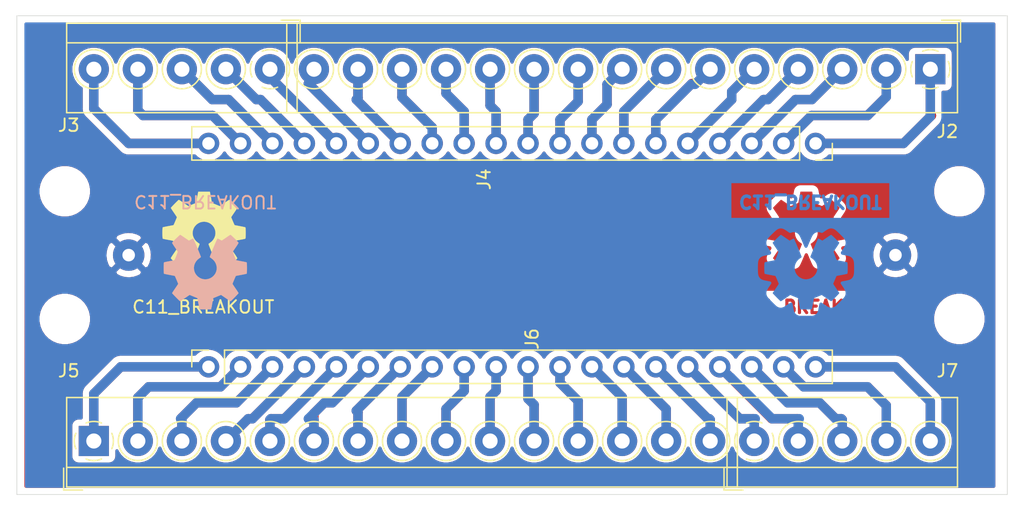
<source format=kicad_pcb>
(kicad_pcb (version 20171130) (host pcbnew 5.1.5+dfsg1-2build2)
  (title_block (title "C11 Breakout") (company Galopago))
  (layers (0 F.Cu signal) (31 B.Cu signal) (34 B.Paste user) (35 F.Paste user) (36 B.SilkS user) (37 F.SilkS user) (38 B.Mask user) (39 F.Mask user) (44 Edge.Cuts user))
  (net 0 "")
  (net 1 "Net-(J0-Pad1)")
  (net 2 "Net-(J2-Pad15)")
  (net 3 "Net-(J2-Pad14)")
  (net 4 "Net-(J2-Pad13)")
  (net 5 "Net-(J2-Pad12)")
  (net 6 "Net-(J2-Pad11)")
  (net 7 "Net-(J2-Pad10)")
  (net 8 "Net-(J2-Pad9)")
  (net 9 "Net-(J2-Pad8)")
  (net 10 "Net-(J2-Pad7)")
  (net 11 "Net-(J2-Pad6)")
  (net 12 "Net-(J2-Pad5)")
  (net 13 "Net-(J2-Pad4)")
  (net 14 "Net-(J2-Pad3)")
  (net 15 "Net-(J2-Pad2)")
  (net 16 "Net-(J2-Pad1)")
  (net 17 "Net-(J3-Pad5)")
  (net 18 "Net-(J3-Pad4)")
  (net 19 "Net-(J3-Pad3)")
  (net 20 "Net-(J3-Pad2)")
  (net 21 "Net-(J3-Pad1)")
  (net 22 "Net-(J5-Pad15)")
  (net 23 "Net-(J5-Pad14)")
  (net 24 "Net-(J5-Pad13)")
  (net 25 "Net-(J5-Pad12)")
  (net 26 "Net-(J5-Pad11)")
  (net 27 "Net-(J5-Pad10)")
  (net 28 "Net-(J5-Pad9)")
  (net 29 "Net-(J5-Pad8)")
  (net 30 "Net-(J5-Pad7)")
  (net 31 "Net-(J5-Pad6)")
  (net 32 "Net-(J5-Pad5)")
  (net 33 "Net-(J5-Pad4)")
  (net 34 "Net-(J5-Pad3)")
  (net 35 "Net-(J5-Pad2)")
  (net 36 "Net-(J5-Pad1)")
  (net 37 "Net-(J6-Pad20)")
  (net 38 "Net-(J6-Pad19)")
  (net 39 "Net-(J6-Pad18)")
  (net 40 "Net-(J6-Pad17)")
  (net 41 "Net-(J6-Pad16)")
  (module Connector_PinSocket_2.54mm:PinSocket_1x20_P2.54mm_Vertical (layer F.Cu) (at 35.24 47.94 90)
    (fp_text reference J6 (at 2.22 25.72 90) (layer F.SilkS))
    (fp_text value Conn_01x20_Female)
    (pad 20 thru_hole oval (at 0 48.26 90) (size 1.7 1.7) (drill 1) (layers *.Cu *.Mask) (net 37 "Net-(J6-Pad20)"))
    (pad 19 thru_hole oval (at 0 45.72 90) (size 1.7 1.7) (drill 1) (layers *.Cu *.Mask) (net 38 "Net-(J6-Pad19)"))
    (pad 18 thru_hole oval (at 0 43.18 90) (size 1.7 1.7) (drill 1) (layers *.Cu *.Mask) (net 39 "Net-(J6-Pad18)"))
    (pad 17 thru_hole oval (at 0 40.64 90) (size 1.7 1.7) (drill 1) (layers *.Cu *.Mask) (net 40 "Net-(J6-Pad17)"))
    (pad 16 thru_hole oval (at 0 38.1 90) (size 1.7 1.7) (drill 1) (layers *.Cu *.Mask) (net 41 "Net-(J6-Pad16)"))
    (pad 15 thru_hole oval (at 0 35.56 90) (size 1.7 1.7) (drill 1) (layers *.Cu *.Mask) (net 22 "Net-(J5-Pad15)"))
    (pad 14 thru_hole oval (at 0 33.02 90) (size 1.7 1.7) (drill 1) (layers *.Cu *.Mask) (net 23 "Net-(J5-Pad14)"))
    (pad 13 thru_hole oval (at 0 30.48 90) (size 1.7 1.7) (drill 1) (layers *.Cu *.Mask) (net 24 "Net-(J5-Pad13)"))
    (pad 12 thru_hole oval (at 0 27.94 90) (size 1.7 1.7) (drill 1) (layers *.Cu *.Mask) (net 25 "Net-(J5-Pad12)"))
    (pad 11 thru_hole oval (at 0 25.4 90) (size 1.7 1.7) (drill 1) (layers *.Cu *.Mask) (net 26 "Net-(J5-Pad11)"))
    (pad 10 thru_hole oval (at 0 22.86 90) (size 1.7 1.7) (drill 1) (layers *.Cu *.Mask) (net 27 "Net-(J5-Pad10)"))
    (pad 9 thru_hole oval (at 0 20.32 90) (size 1.7 1.7) (drill 1) (layers *.Cu *.Mask) (net 28 "Net-(J5-Pad9)"))
    (pad 8 thru_hole oval (at 0 17.78 90) (size 1.7 1.7) (drill 1) (layers *.Cu *.Mask) (net 29 "Net-(J5-Pad8)"))
    (pad 7 thru_hole oval (at 0 15.24 90) (size 1.7 1.7) (drill 1) (layers *.Cu *.Mask) (net 30 "Net-(J5-Pad7)"))
    (pad 6 thru_hole oval (at 0 12.7 90) (size 1.7 1.7) (drill 1) (layers *.Cu *.Mask) (net 31 "Net-(J5-Pad6)"))
    (pad 5 thru_hole oval (at 0 10.16 90) (size 1.7 1.7) (drill 1) (layers *.Cu *.Mask) (net 32 "Net-(J5-Pad5)"))
    (pad 4 thru_hole oval (at 0 7.62 90) (size 1.7 1.7) (drill 1) (layers *.Cu *.Mask) (net 33 "Net-(J5-Pad4)"))
    (pad 3 thru_hole oval (at 0 5.08 90) (size 1.7 1.7) (drill 1) (layers *.Cu *.Mask) (net 34 "Net-(J5-Pad3)"))
    (pad 2 thru_hole oval (at 0 2.54 90) (size 1.7 1.7) (drill 1) (layers *.Cu *.Mask) (net 35 "Net-(J5-Pad2)"))
    (pad 1 thru_hole circle (at 0 0 90) (size 1.7 1.7) (drill 1) (layers *.Cu *.Mask) (net 36 "Net-(J5-Pad1)"))
  )
  (module TerminalBlock_4Ucon:TerminalBlock_4Ucon_1x05_P3.50mm_Horizontal (layer F.Cu) (at 78.62 53.843)
    (fp_text reference J7 (at 15.36 -5.583) (layer F.SilkS))
    (fp_text value Conn_01x05_Female)
    (pad 5 thru_hole circle (at 14 0) (size 2.4 2.4) (drill 1.2) (layers *.Cu *.Mask) (net 37 "Net-(J6-Pad20)"))
    (pad 4 thru_hole circle (at 10.5 0) (size 2.4 2.4) (drill 1.2) (layers *.Cu *.Mask) (net 38 "Net-(J6-Pad19)"))
    (pad 3 thru_hole circle (at 7 0) (size 2.4 2.4) (drill 1.2) (layers *.Cu *.Mask) (net 39 "Net-(J6-Pad18)"))
    (pad 2 thru_hole circle (at 3.5 0) (size 2.4 2.4) (drill 1.2) (layers *.Cu *.Mask) (net 40 "Net-(J6-Pad17)"))
    (pad 1 thru_hole circle (at 0 0) (size 2.4 2.4) (drill 1.2) (layers *.Cu *.Mask) (net 41 "Net-(J6-Pad16)"))
  )
  (module TerminalBlock_4Ucon:TerminalBlock_4Ucon_1x15_P3.50mm_Horizontal (layer F.Cu) (at 26.12 53.843)
    (fp_text reference J5 (at -1.99 -5.583) (layer F.SilkS))
    (fp_text value Conn_01x15_Female)
    (pad 15 thru_hole circle (at 49 0) (size 2.4 2.4) (drill 1.2) (layers *.Cu *.Mask) (net 22 "Net-(J5-Pad15)"))
    (pad 14 thru_hole circle (at 45.5 0) (size 2.4 2.4) (drill 1.2) (layers *.Cu *.Mask) (net 23 "Net-(J5-Pad14)"))
    (pad 13 thru_hole circle (at 42 0) (size 2.4 2.4) (drill 1.2) (layers *.Cu *.Mask) (net 24 "Net-(J5-Pad13)"))
    (pad 12 thru_hole circle (at 38.5 0) (size 2.4 2.4) (drill 1.2) (layers *.Cu *.Mask) (net 25 "Net-(J5-Pad12)"))
    (pad 11 thru_hole circle (at 35 0) (size 2.4 2.4) (drill 1.2) (layers *.Cu *.Mask) (net 26 "Net-(J5-Pad11)"))
    (pad 10 thru_hole circle (at 31.5 0) (size 2.4 2.4) (drill 1.2) (layers *.Cu *.Mask) (net 27 "Net-(J5-Pad10)"))
    (pad 9 thru_hole circle (at 28 0) (size 2.4 2.4) (drill 1.2) (layers *.Cu *.Mask) (net 28 "Net-(J5-Pad9)"))
    (pad 8 thru_hole circle (at 24.5 0) (size 2.4 2.4) (drill 1.2) (layers *.Cu *.Mask) (net 29 "Net-(J5-Pad8)"))
    (pad 7 thru_hole circle (at 21 0) (size 2.4 2.4) (drill 1.2) (layers *.Cu *.Mask) (net 30 "Net-(J5-Pad7)"))
    (pad 6 thru_hole circle (at 17.5 0) (size 2.4 2.4) (drill 1.2) (layers *.Cu *.Mask) (net 31 "Net-(J5-Pad6)"))
    (pad 5 thru_hole circle (at 14 0) (size 2.4 2.4) (drill 1.2) (layers *.Cu *.Mask) (net 32 "Net-(J5-Pad5)"))
    (pad 4 thru_hole circle (at 10.5 0) (size 2.4 2.4) (drill 1.2) (layers *.Cu *.Mask) (net 33 "Net-(J5-Pad4)"))
    (pad 3 thru_hole circle (at 7 0) (size 2.4 2.4) (drill 1.2) (layers *.Cu *.Mask) (net 34 "Net-(J5-Pad3)"))
    (pad 2 thru_hole circle (at 3.5 0) (size 2.4 2.4) (drill 1.2) (layers *.Cu *.Mask) (net 35 "Net-(J5-Pad2)"))
    (pad 1 thru_hole rect (at 0 0) (size 2.4 2.4) (drill 1.2) (layers *.Cu *.Mask) (net 36 "Net-(J5-Pad1)"))
  )
  (module Connector_PinSocket_2.54mm:PinSocket_1x20_P2.54mm_Vertical (layer F.Cu) (at 83.5 30.16 270)
    (fp_text reference J4 (at 2.86 26.35 90) (layer F.SilkS))
    (fp_text value Conn_01x20_Female)
    (pad 20 thru_hole oval (at 0 48.26 270) (size 1.7 1.7) (drill 1) (layers *.Cu *.Mask) (net 17 "Net-(J3-Pad5)"))
    (pad 19 thru_hole oval (at 0 45.72 270) (size 1.7 1.7) (drill 1) (layers *.Cu *.Mask) (net 18 "Net-(J3-Pad4)"))
    (pad 18 thru_hole oval (at 0 43.18 270) (size 1.7 1.7) (drill 1) (layers *.Cu *.Mask) (net 19 "Net-(J3-Pad3)"))
    (pad 17 thru_hole oval (at 0 40.64 270) (size 1.7 1.7) (drill 1) (layers *.Cu *.Mask) (net 20 "Net-(J3-Pad2)"))
    (pad 16 thru_hole oval (at 0 38.1 270) (size 1.7 1.7) (drill 1) (layers *.Cu *.Mask) (net 21 "Net-(J3-Pad1)"))
    (pad 15 thru_hole oval (at 0 35.56 270) (size 1.7 1.7) (drill 1) (layers *.Cu *.Mask) (net 2 "Net-(J2-Pad15)"))
    (pad 14 thru_hole oval (at 0 33.02 270) (size 1.7 1.7) (drill 1) (layers *.Cu *.Mask) (net 3 "Net-(J2-Pad14)"))
    (pad 13 thru_hole oval (at 0 30.48 270) (size 1.7 1.7) (drill 1) (layers *.Cu *.Mask) (net 4 "Net-(J2-Pad13)"))
    (pad 12 thru_hole oval (at 0 27.94 270) (size 1.7 1.7) (drill 1) (layers *.Cu *.Mask) (net 5 "Net-(J2-Pad12)"))
    (pad 11 thru_hole oval (at 0 25.4 270) (size 1.7 1.7) (drill 1) (layers *.Cu *.Mask) (net 6 "Net-(J2-Pad11)"))
    (pad 10 thru_hole oval (at 0 22.86 270) (size 1.7 1.7) (drill 1) (layers *.Cu *.Mask) (net 7 "Net-(J2-Pad10)"))
    (pad 9 thru_hole oval (at 0 20.32 270) (size 1.7 1.7) (drill 1) (layers *.Cu *.Mask) (net 8 "Net-(J2-Pad9)"))
    (pad 8 thru_hole oval (at 0 17.78 270) (size 1.7 1.7) (drill 1) (layers *.Cu *.Mask) (net 9 "Net-(J2-Pad8)"))
    (pad 7 thru_hole oval (at 0 15.24 270) (size 1.7 1.7) (drill 1) (layers *.Cu *.Mask) (net 10 "Net-(J2-Pad7)"))
    (pad 6 thru_hole oval (at 0 12.7 270) (size 1.7 1.7) (drill 1) (layers *.Cu *.Mask) (net 11 "Net-(J2-Pad6)"))
    (pad 5 thru_hole oval (at 0 10.16 270) (size 1.7 1.7) (drill 1) (layers *.Cu *.Mask) (net 12 "Net-(J2-Pad5)"))
    (pad 4 thru_hole oval (at 0 7.62 270) (size 1.7 1.7) (drill 1) (layers *.Cu *.Mask) (net 13 "Net-(J2-Pad4)"))
    (pad 3 thru_hole oval (at 0 5.08 270) (size 1.7 1.7) (drill 1) (layers *.Cu *.Mask) (net 14 "Net-(J2-Pad3)"))
    (pad 2 thru_hole oval (at 0 2.54 270) (size 1.7 1.7) (drill 1) (layers *.Cu *.Mask) (net 15 "Net-(J2-Pad2)"))
    (pad 1 thru_hole circle (at 0 0 270) (size 1.7 1.7) (drill 1) (layers *.Cu *.Mask) (net 16 "Net-(J2-Pad1)"))
  )
  (module TerminalBlock_4Ucon:TerminalBlock_4Ucon_1x05_P3.50mm_Horizontal (layer F.Cu) (at 40.12 24.257 180)
    (fp_text reference J3 (at 15.99 -4.46) (layer F.SilkS))
    (fp_text value Conn_01x05_Female)
    (pad 5 thru_hole circle (at 14 0 180) (size 2.4 2.4) (drill 1.2) (layers *.Cu *.Mask) (net 17 "Net-(J3-Pad5)"))
    (pad 4 thru_hole circle (at 10.5 0 180) (size 2.4 2.4) (drill 1.2) (layers *.Cu *.Mask) (net 18 "Net-(J3-Pad4)"))
    (pad 3 thru_hole circle (at 7 0 180) (size 2.4 2.4) (drill 1.2) (layers *.Cu *.Mask) (net 19 "Net-(J3-Pad3)"))
    (pad 2 thru_hole circle (at 3.5 0 180) (size 2.4 2.4) (drill 1.2) (layers *.Cu *.Mask) (net 20 "Net-(J3-Pad2)"))
    (pad 1 thru_hole circle (at 0 0 180) (size 2.4 2.4) (drill 1.2) (layers *.Cu *.Mask) (net 21 "Net-(J3-Pad1)"))
  )
  (module TerminalBlock_4Ucon:TerminalBlock_4Ucon_1x15_P3.50mm_Horizontal (layer F.Cu) (at 92.62 24.257 180)
    (fp_text reference J2 (at -1.36 -4.953) (layer F.SilkS))
    (fp_text value Conn_01x15_Female)
    (pad 15 thru_hole circle (at 49 0 180) (size 2.4 2.4) (drill 1.2) (layers *.Cu *.Mask) (net 2 "Net-(J2-Pad15)"))
    (pad 14 thru_hole circle (at 45.5 0 180) (size 2.4 2.4) (drill 1.2) (layers *.Cu *.Mask) (net 3 "Net-(J2-Pad14)"))
    (pad 13 thru_hole circle (at 42 0 180) (size 2.4 2.4) (drill 1.2) (layers *.Cu *.Mask) (net 4 "Net-(J2-Pad13)"))
    (pad 12 thru_hole circle (at 38.5 0 180) (size 2.4 2.4) (drill 1.2) (layers *.Cu *.Mask) (net 5 "Net-(J2-Pad12)"))
    (pad 11 thru_hole circle (at 35 0 180) (size 2.4 2.4) (drill 1.2) (layers *.Cu *.Mask) (net 6 "Net-(J2-Pad11)"))
    (pad 10 thru_hole circle (at 31.5 0 180) (size 2.4 2.4) (drill 1.2) (layers *.Cu *.Mask) (net 7 "Net-(J2-Pad10)"))
    (pad 9 thru_hole circle (at 28 0 180) (size 2.4 2.4) (drill 1.2) (layers *.Cu *.Mask) (net 8 "Net-(J2-Pad9)"))
    (pad 8 thru_hole circle (at 24.5 0 180) (size 2.4 2.4) (drill 1.2) (layers *.Cu *.Mask) (net 9 "Net-(J2-Pad8)"))
    (pad 7 thru_hole circle (at 21 0 180) (size 2.4 2.4) (drill 1.2) (layers *.Cu *.Mask) (net 10 "Net-(J2-Pad7)"))
    (pad 6 thru_hole circle (at 17.5 0 180) (size 2.4 2.4) (drill 1.2) (layers *.Cu *.Mask) (net 11 "Net-(J2-Pad6)"))
    (pad 5 thru_hole circle (at 14 0 180) (size 2.4 2.4) (drill 1.2) (layers *.Cu *.Mask) (net 12 "Net-(J2-Pad5)"))
    (pad 4 thru_hole circle (at 10.5 0 180) (size 2.4 2.4) (drill 1.2) (layers *.Cu *.Mask) (net 13 "Net-(J2-Pad4)"))
    (pad 3 thru_hole circle (at 7 0 180) (size 2.4 2.4) (drill 1.2) (layers *.Cu *.Mask) (net 14 "Net-(J2-Pad3)"))
    (pad 2 thru_hole circle (at 3.5 0 180) (size 2.4 2.4) (drill 1.2) (layers *.Cu *.Mask) (net 15 "Net-(J2-Pad2)"))
    (pad 1 thru_hole rect (at 0 0 180) (size 2.4 2.4) (drill 1.2) (layers *.Cu *.Mask) (net 16 "Net-(J2-Pad1)"))
  )
  (module Symbol:OSHW-Symbol_6.7x6mm_Copper (layer F.Cu) (at 82.7532 36.9824)
    (fp_text reference REF** hide)
    (fp_text value OSHW-Symbol_6.7x6mm_Copper hide)
    (fp_poly (pts (xy 0.555814 -2.531069) (xy 0.639635 -2.086445) (xy 0.94892 -1.958947) (xy 1.258206 -1.831449) (xy 1.629246 -2.083754) (xy 1.733157 -2.154004) (xy 1.827087 -2.216728) (xy 1.906652 -2.269062) (xy 1.96747 -2.308143) (xy 2.005157 -2.331107) (xy 2.015421 -2.336058) (xy 2.03391 -2.323324) (xy 2.07342 -2.288118) (xy 2.129522 -2.234938) (xy 2.197787 -2.168282) (xy 2.273786 -2.092646) (xy 2.353092 -2.012528) (xy 2.431275 -1.932426) (xy 2.503907 -1.856836) (xy 2.566559 -1.790255) (xy 2.614803 -1.737182) (xy 2.64421 -1.702113) (xy 2.651241 -1.690377) (xy 2.641123 -1.66874) (xy 2.612759 -1.621338) (xy 2.569129 -1.552807) (xy 2.513218 -1.467785) (xy 2.448006 -1.370907) (xy 2.410219 -1.31565) (xy 2.341343 -1.214752) (xy 2.28014 -1.123701) (xy 2.229578 -1.04703) (xy 2.192628 -0.989272) (xy 2.172258 -0.954957) (xy 2.169197 -0.947746) (xy 2.176136 -0.927252) (xy 2.195051 -0.879487) (xy 2.223087 -0.811168) (xy 2.257391 -0.729011) (xy 2.295109 -0.63973) (xy 2.333387 -0.550042) (xy 2.36937 -0.466662) (xy 2.400206 -0.396306) (xy 2.423039 -0.34569) (xy 2.435017 -0.321529) (xy 2.435724 -0.320578) (xy 2.454531 -0.315964) (xy 2.504618 -0.305672) (xy 2.580793 -0.290713) (xy 2.677865 -0.272099) (xy 2.790643 -0.250841) (xy 2.856442 -0.238582) (xy 2.97695 -0.215638) (xy 3.085797 -0.193805) (xy 3.177476 -0.174278) (xy 3.246481 -0.158252) (xy 3.287304 -0.146921) (xy 3.295511 -0.143326) (xy 3.303548 -0.118994) (xy 3.310033 -0.064041) (xy 3.31497 0.015108) (xy 3.318364 0.112026) (xy 3.320218 0.220287) (xy 3.320538 0.333465) (xy 3.319327 0.445135) (xy 3.31659 0.548868) (xy 3.312331 0.638241) (xy 3.306555 0.706826) (xy 3.299267 0.748197) (xy 3.294895 0.75681) (xy 3.268764 0.767133) (xy 3.213393 0.781892) (xy 3.136107 0.799352) (xy 3.04423 0.81778) (xy 3.012158 0.823741) (xy 2.857524 0.852066) (xy 2.735375 0.874876) (xy 2.641673 0.89308) (xy 2.572384 0.907583) (xy 2.523471 0.919292) (xy 2.490897 0.929115) (xy 2.470628 0.937956) (xy 2.458626 0.946724) (xy 2.456947 0.948457) (xy 2.440184 0.976371) (xy 2.414614 1.030695) (xy 2.382788 1.104777) (xy 2.34726 1.191965) (xy 2.310583 1.285608) (xy 2.275311 1.379052) (xy 2.243996 1.465647) (xy 2.219193 1.53874) (xy 2.203454 1.591678) (xy 2.199332 1.617811) (xy 2.199676 1.618726) (xy 2.213641 1.640086) (xy 2.245322 1.687084) (xy 2.291391 1.754827) (xy 2.348518 1.838423) (xy 2.413373 1.932982) (xy 2.431843 1.959854) (xy 2.497699 2.057275) (xy 2.55565 2.146163) (xy 2.602538 2.221412) (xy 2.635207 2.27792) (xy 2.6505 2.310581) (xy 2.651241 2.314593) (xy 2.638392 2.335684) (xy 2.602888 2.377464) (xy 2.549293 2.435445) (xy 2.482171 2.505135) (xy 2.406087 2.582045) (xy 2.325604 2.661683) (xy 2.245287 2.739561) (xy 2.169699 2.811186) (xy 2.103405 2.87207) (xy 2.050969 2.917721) (xy 2.016955 2.94365) (xy 2.007545 2.947883) (xy 1.985643 2.937912) (xy 1.9408 2.91102) (xy 1.880321 2.871736) (xy 1.833789 2.840117) (xy 1.749475 2.782098) (xy 1.649626 2.713784) (xy 1.549473 2.645579) (xy 1.495627 2.609075) (xy 1.313371 2.4858) (xy 1.160381 2.56852) (xy 1.090682 2.604759) (xy 1.031414 2.632926) (xy 0.991311 2.648991) (xy 0.981103 2.651226) (xy 0.968829 2.634722) (xy 0.944613 2.588082) (xy 0.910263 2.515609) (xy 0.867588 2.421606) (xy 0.818394 2.310374) (xy 0.76449 2.186215) (xy 0.707684 2.053432) (xy 0.649782 1.916327) (xy 0.592593 1.779202) (xy 0.537924 1.646358) (xy 0.487584 1.522098) (xy 0.44338 1.410725) (xy 0.407119 1.316539) (xy 0.380609 1.243844) (xy 0.365658 1.196941) (xy 0.363254 1.180833) (xy 0.382311 1.160286) (xy 0.424036 1.126933) (xy 0.479706 1.087702) (xy 0.484378 1.084599) (xy 0.628264 0.969423) (xy 0.744283 0.835053) (xy 0.83143 0.685784) (xy 0.888699 0.525913) (xy 0.915086 0.359737) (xy 0.909585 0.191552) (xy 0.87119 0.025655) (xy 0.798895 -0.133658) (xy 0.777626 -0.168513) (xy 0.666996 -0.309263) (xy 0.536302 -0.422286) (xy 0.390064 -0.506997) (xy 0.232808 -0.562806) (xy 0.069057 -0.589126) (xy -0.096667 -0.58537) (xy -0.259838 -0.55095) (xy -0.415935 -0.485277) (xy -0.560433 -0.387765) (xy -0.605131 -0.348187) (xy -0.718888 -0.224297) (xy -0.801782 -0.093876) (xy -0.858644 0.052315) (xy -0.890313 0.197088) (xy -0.898131 0.35986) (xy -0.872062 0.52344) (xy -0.814755 0.682298) (xy -0.728856 0.830906) (xy -0.617014 0.963735) (xy -0.481877 1.075256) (xy -0.464117 1.087011) (xy -0.40785 1.125508) (xy -0.365077 1.158863) (xy -0.344628 1.18016) (xy -0.344331 1.180833) (xy -0.348721 1.203871) (xy -0.366124 1.256157) (xy -0.394732 1.33339) (xy -0.432735 1.431268) (xy -0.478326 1.545491) (xy -0.529697 1.671758) (xy -0.585038 1.805767) (xy -0.642542 1.943218) (xy -0.700399 2.079808) (xy -0.756802 2.211237) (xy -0.809942 2.333205) (xy -0.85801 2.441409) (xy -0.899199 2.531549) (xy -0.931699 2.599323) (xy -0.953703 2.64043) (xy -0.962564 2.651226) (xy -0.98964 2.642819) (xy -1.040303 2.620272) (xy -1.105817 2.587613) (xy -1.141841 2.56852) (xy -1.294832 2.4858) (xy -1.477088 2.609075) (xy -1.570125 2.672228) (xy -1.671985 2.741727) (xy -1.767438 2.807165) (xy -1.81525 2.840117) (xy -1.882495 2.885273) (xy -1.939436 2.921057) (xy -1.978646 2.942938) (xy -1.991381 2.947563) (xy -2.009917 2.935085) (xy -2.050941 2.900252) (xy -2.110475 2.846678) (xy -2.184542 2.777983) (xy -2.269165 2.697781) (xy -2.322685 2.646286) (xy -2.416319 2.554286) (xy -2.497241 2.471999) (xy -2.562177 2.402945) (xy -2.607858 2.350644) (xy -2.631011 2.318616) (xy -2.633232 2.312116) (xy -2.622924 2.287394) (xy -2.594439 2.237405) (xy -2.550937 2.167212) (xy -2.495577 2.081875) (xy -2.43152 1.986456) (xy -2.413303 1.959854) (xy -2.346927 1.863167) (xy -2.287378 1.776117) (xy -2.237984 1.703595) (xy -2.202075 1.650493) (xy -2.182981 1.621703) (xy -2.181136 1.618726) (xy -2.183895 1.595782) (xy -2.198538 1.545336) (xy -2.222513 1.474041) (xy -2.253266 1.388547) (xy -2.288244 1.295507) (xy -2.324893 1.201574) (xy -2.360661 1.113399) (xy -2.392994 1.037634) (xy -2.419338 0.980931) (xy -2.437142 0.949943) (xy -2.438407 0.948457) (xy -2.449294 0.939601) (xy -2.467682 0.930843) (xy -2.497606 0.921277) (xy -2.543103 0.909996) (xy -2.608209 0.896093) (xy -2.696961 0.878663) (xy -2.813393 0.856798) (xy -2.961542 0.829591) (xy -2.993618 0.823741) (xy -3.088686 0.805374) (xy -3.171565 0.787405) (xy -3.23493 0.771569) (xy -3.271458 0.7596) (xy -3.276356 0.75681) (xy -3.284427 0.732072) (xy -3.290987 0.67679) (xy -3.296033 0.597389) (xy -3.299559 0.500296) (xy -3.301561 0.391938) (xy -3.302036 0.27874) (xy -3.300977 0.167128) (xy -3.298382 0.063529) (xy -3.294246 -0.025632) (xy -3.288563 -0.093928) (xy -3.281331 -0.134934) (xy -3.276971 -0.143326) (xy -3.252698 -0.151792) (xy -3.197426 -0.165565) (xy -3.116662 -0.18345) (xy -3.015912 -0.204252) (xy -2.900683 -0.226777) (xy -2.837902 -0.238582) (xy -2.718787 -0.260849) (xy -2.612565 -0.281021) (xy -2.524427 -0.298085) (xy -2.459566 -0.311031) (xy -2.423174 -0.318845) (xy -2.417184 -0.320578) (xy -2.407061 -0.34011) (xy -2.385662 -0.387157) (xy -2.355839 -0.454997) (xy -2.320445 -0.536909) (xy -2.282332 -0.626172) (xy -2.244353 -0.716065) (xy -2.20936 -0.799865) (xy -2.180206 -0.870853) (xy -2.159743 -0.922306) (xy -2.150823 -0.947503) (xy -2.150657 -0.948604) (xy -2.160769 -0.968481) (xy -2.189117 -1.014223) (xy -2.232723 -1.081283) (xy -2.288606 -1.165116) (xy -2.353787 -1.261174) (xy -2.391679 -1.31635) (xy -2.460725 -1.417519) (xy -2.52205 -1.50937) (xy -2.572663 -1.587256) (xy -2.609571 -1.646531) (xy -2.629782 -1.682549) (xy -2.632701 -1.690623) (xy -2.620153 -1.709416) (xy -2.585463 -1.749543) (xy -2.533063 -1.806507) (xy -2.467384 -1.875815) (xy -2.392856 -1.952969) (xy -2.313913 -2.033475) (xy -2.234983 -2.112837) (xy -2.1605 -2.18656) (xy -2.094894 -2.250148) (xy -2.042596 -2.299106) (xy -2.008039 -2.328939) (xy -1.996478 -2.336058) (xy -1.977654 -2.326047) (xy -1.932631 -2.297922) (xy -1.865787 -2.254546) (xy -1.781499 -2.198782) (xy -1.684144 -2.133494) (xy -1.610707 -2.083754) (xy -1.239667 -1.831449) (xy -0.621095 -2.086445) (xy -0.537275 -2.531069) (xy -0.453454 -2.975693) (xy 0.471994 -2.975693) (xy 0.555814 -2.531069)) (layer F.Cu) (width 0.01))
  )
  (module Symbol:OSHW-Symbol_6.7x6mm_Copper (layer B.Cu) (at 82.7278 40.386)
    (fp_text reference REF** hide)
    (fp_text value OSHW-Symbol_6.7x6mm_Copper hide)
    (fp_poly (pts (xy 0.555814 2.531069) (xy 0.639635 2.086445) (xy 0.94892 1.958947) (xy 1.258206 1.831449) (xy 1.629246 2.083754) (xy 1.733157 2.154004) (xy 1.827087 2.216728) (xy 1.906652 2.269062) (xy 1.96747 2.308143) (xy 2.005157 2.331107) (xy 2.015421 2.336058) (xy 2.03391 2.323324) (xy 2.07342 2.288118) (xy 2.129522 2.234938) (xy 2.197787 2.168282) (xy 2.273786 2.092646) (xy 2.353092 2.012528) (xy 2.431275 1.932426) (xy 2.503907 1.856836) (xy 2.566559 1.790255) (xy 2.614803 1.737182) (xy 2.64421 1.702113) (xy 2.651241 1.690377) (xy 2.641123 1.66874) (xy 2.612759 1.621338) (xy 2.569129 1.552807) (xy 2.513218 1.467785) (xy 2.448006 1.370907) (xy 2.410219 1.31565) (xy 2.341343 1.214752) (xy 2.28014 1.123701) (xy 2.229578 1.04703) (xy 2.192628 0.989272) (xy 2.172258 0.954957) (xy 2.169197 0.947746) (xy 2.176136 0.927252) (xy 2.195051 0.879487) (xy 2.223087 0.811168) (xy 2.257391 0.729011) (xy 2.295109 0.63973) (xy 2.333387 0.550042) (xy 2.36937 0.466662) (xy 2.400206 0.396306) (xy 2.423039 0.34569) (xy 2.435017 0.321529) (xy 2.435724 0.320578) (xy 2.454531 0.315964) (xy 2.504618 0.305672) (xy 2.580793 0.290713) (xy 2.677865 0.272099) (xy 2.790643 0.250841) (xy 2.856442 0.238582) (xy 2.97695 0.215638) (xy 3.085797 0.193805) (xy 3.177476 0.174278) (xy 3.246481 0.158252) (xy 3.287304 0.146921) (xy 3.295511 0.143326) (xy 3.303548 0.118994) (xy 3.310033 0.064041) (xy 3.31497 -0.015108) (xy 3.318364 -0.112026) (xy 3.320218 -0.220287) (xy 3.320538 -0.333465) (xy 3.319327 -0.445135) (xy 3.31659 -0.548868) (xy 3.312331 -0.638241) (xy 3.306555 -0.706826) (xy 3.299267 -0.748197) (xy 3.294895 -0.75681) (xy 3.268764 -0.767133) (xy 3.213393 -0.781892) (xy 3.136107 -0.799352) (xy 3.04423 -0.81778) (xy 3.012158 -0.823741) (xy 2.857524 -0.852066) (xy 2.735375 -0.874876) (xy 2.641673 -0.89308) (xy 2.572384 -0.907583) (xy 2.523471 -0.919292) (xy 2.490897 -0.929115) (xy 2.470628 -0.937956) (xy 2.458626 -0.946724) (xy 2.456947 -0.948457) (xy 2.440184 -0.976371) (xy 2.414614 -1.030695) (xy 2.382788 -1.104777) (xy 2.34726 -1.191965) (xy 2.310583 -1.285608) (xy 2.275311 -1.379052) (xy 2.243996 -1.465647) (xy 2.219193 -1.53874) (xy 2.203454 -1.591678) (xy 2.199332 -1.617811) (xy 2.199676 -1.618726) (xy 2.213641 -1.640086) (xy 2.245322 -1.687084) (xy 2.291391 -1.754827) (xy 2.348518 -1.838423) (xy 2.413373 -1.932982) (xy 2.431843 -1.959854) (xy 2.497699 -2.057275) (xy 2.55565 -2.146163) (xy 2.602538 -2.221412) (xy 2.635207 -2.27792) (xy 2.6505 -2.310581) (xy 2.651241 -2.314593) (xy 2.638392 -2.335684) (xy 2.602888 -2.377464) (xy 2.549293 -2.435445) (xy 2.482171 -2.505135) (xy 2.406087 -2.582045) (xy 2.325604 -2.661683) (xy 2.245287 -2.739561) (xy 2.169699 -2.811186) (xy 2.103405 -2.87207) (xy 2.050969 -2.917721) (xy 2.016955 -2.94365) (xy 2.007545 -2.947883) (xy 1.985643 -2.937912) (xy 1.9408 -2.91102) (xy 1.880321 -2.871736) (xy 1.833789 -2.840117) (xy 1.749475 -2.782098) (xy 1.649626 -2.713784) (xy 1.549473 -2.645579) (xy 1.495627 -2.609075) (xy 1.313371 -2.4858) (xy 1.160381 -2.56852) (xy 1.090682 -2.604759) (xy 1.031414 -2.632926) (xy 0.991311 -2.648991) (xy 0.981103 -2.651226) (xy 0.968829 -2.634722) (xy 0.944613 -2.588082) (xy 0.910263 -2.515609) (xy 0.867588 -2.421606) (xy 0.818394 -2.310374) (xy 0.76449 -2.186215) (xy 0.707684 -2.053432) (xy 0.649782 -1.916327) (xy 0.592593 -1.779202) (xy 0.537924 -1.646358) (xy 0.487584 -1.522098) (xy 0.44338 -1.410725) (xy 0.407119 -1.316539) (xy 0.380609 -1.243844) (xy 0.365658 -1.196941) (xy 0.363254 -1.180833) (xy 0.382311 -1.160286) (xy 0.424036 -1.126933) (xy 0.479706 -1.087702) (xy 0.484378 -1.084599) (xy 0.628264 -0.969423) (xy 0.744283 -0.835053) (xy 0.83143 -0.685784) (xy 0.888699 -0.525913) (xy 0.915086 -0.359737) (xy 0.909585 -0.191552) (xy 0.87119 -0.025655) (xy 0.798895 0.133658) (xy 0.777626 0.168513) (xy 0.666996 0.309263) (xy 0.536302 0.422286) (xy 0.390064 0.506997) (xy 0.232808 0.562806) (xy 0.069057 0.589126) (xy -0.096667 0.58537) (xy -0.259838 0.55095) (xy -0.415935 0.485277) (xy -0.560433 0.387765) (xy -0.605131 0.348187) (xy -0.718888 0.224297) (xy -0.801782 0.093876) (xy -0.858644 -0.052315) (xy -0.890313 -0.197088) (xy -0.898131 -0.35986) (xy -0.872062 -0.52344) (xy -0.814755 -0.682298) (xy -0.728856 -0.830906) (xy -0.617014 -0.963735) (xy -0.481877 -1.075256) (xy -0.464117 -1.087011) (xy -0.40785 -1.125508) (xy -0.365077 -1.158863) (xy -0.344628 -1.18016) (xy -0.344331 -1.180833) (xy -0.348721 -1.203871) (xy -0.366124 -1.256157) (xy -0.394732 -1.33339) (xy -0.432735 -1.431268) (xy -0.478326 -1.545491) (xy -0.529697 -1.671758) (xy -0.585038 -1.805767) (xy -0.642542 -1.943218) (xy -0.700399 -2.079808) (xy -0.756802 -2.211237) (xy -0.809942 -2.333205) (xy -0.85801 -2.441409) (xy -0.899199 -2.531549) (xy -0.931699 -2.599323) (xy -0.953703 -2.64043) (xy -0.962564 -2.651226) (xy -0.98964 -2.642819) (xy -1.040303 -2.620272) (xy -1.105817 -2.587613) (xy -1.141841 -2.56852) (xy -1.294832 -2.4858) (xy -1.477088 -2.609075) (xy -1.570125 -2.672228) (xy -1.671985 -2.741727) (xy -1.767438 -2.807165) (xy -1.81525 -2.840117) (xy -1.882495 -2.885273) (xy -1.939436 -2.921057) (xy -1.978646 -2.942938) (xy -1.991381 -2.947563) (xy -2.009917 -2.935085) (xy -2.050941 -2.900252) (xy -2.110475 -2.846678) (xy -2.184542 -2.777983) (xy -2.269165 -2.697781) (xy -2.322685 -2.646286) (xy -2.416319 -2.554286) (xy -2.497241 -2.471999) (xy -2.562177 -2.402945) (xy -2.607858 -2.350644) (xy -2.631011 -2.318616) (xy -2.633232 -2.312116) (xy -2.622924 -2.287394) (xy -2.594439 -2.237405) (xy -2.550937 -2.167212) (xy -2.495577 -2.081875) (xy -2.43152 -1.986456) (xy -2.413303 -1.959854) (xy -2.346927 -1.863167) (xy -2.287378 -1.776117) (xy -2.237984 -1.703595) (xy -2.202075 -1.650493) (xy -2.182981 -1.621703) (xy -2.181136 -1.618726) (xy -2.183895 -1.595782) (xy -2.198538 -1.545336) (xy -2.222513 -1.474041) (xy -2.253266 -1.388547) (xy -2.288244 -1.295507) (xy -2.324893 -1.201574) (xy -2.360661 -1.113399) (xy -2.392994 -1.037634) (xy -2.419338 -0.980931) (xy -2.437142 -0.949943) (xy -2.438407 -0.948457) (xy -2.449294 -0.939601) (xy -2.467682 -0.930843) (xy -2.497606 -0.921277) (xy -2.543103 -0.909996) (xy -2.608209 -0.896093) (xy -2.696961 -0.878663) (xy -2.813393 -0.856798) (xy -2.961542 -0.829591) (xy -2.993618 -0.823741) (xy -3.088686 -0.805374) (xy -3.171565 -0.787405) (xy -3.23493 -0.771569) (xy -3.271458 -0.7596) (xy -3.276356 -0.75681) (xy -3.284427 -0.732072) (xy -3.290987 -0.67679) (xy -3.296033 -0.597389) (xy -3.299559 -0.500296) (xy -3.301561 -0.391938) (xy -3.302036 -0.27874) (xy -3.300977 -0.167128) (xy -3.298382 -0.063529) (xy -3.294246 0.025632) (xy -3.288563 0.093928) (xy -3.281331 0.134934) (xy -3.276971 0.143326) (xy -3.252698 0.151792) (xy -3.197426 0.165565) (xy -3.116662 0.18345) (xy -3.015912 0.204252) (xy -2.900683 0.226777) (xy -2.837902 0.238582) (xy -2.718787 0.260849) (xy -2.612565 0.281021) (xy -2.524427 0.298085) (xy -2.459566 0.311031) (xy -2.423174 0.318845) (xy -2.417184 0.320578) (xy -2.407061 0.34011) (xy -2.385662 0.387157) (xy -2.355839 0.454997) (xy -2.320445 0.536909) (xy -2.282332 0.626172) (xy -2.244353 0.716065) (xy -2.20936 0.799865) (xy -2.180206 0.870853) (xy -2.159743 0.922306) (xy -2.150823 0.947503) (xy -2.150657 0.948604) (xy -2.160769 0.968481) (xy -2.189117 1.014223) (xy -2.232723 1.081283) (xy -2.288606 1.165116) (xy -2.353787 1.261174) (xy -2.391679 1.31635) (xy -2.460725 1.417519) (xy -2.52205 1.50937) (xy -2.572663 1.587256) (xy -2.609571 1.646531) (xy -2.629782 1.682549) (xy -2.632701 1.690623) (xy -2.620153 1.709416) (xy -2.585463 1.749543) (xy -2.533063 1.806507) (xy -2.467384 1.875815) (xy -2.392856 1.952969) (xy -2.313913 2.033475) (xy -2.234983 2.112837) (xy -2.1605 2.18656) (xy -2.094894 2.250148) (xy -2.042596 2.299106) (xy -2.008039 2.328939) (xy -1.996478 2.336058) (xy -1.977654 2.326047) (xy -1.932631 2.297922) (xy -1.865787 2.254546) (xy -1.781499 2.198782) (xy -1.684144 2.133494) (xy -1.610707 2.083754) (xy -1.239667 1.831449) (xy -0.621095 2.086445) (xy -0.537275 2.531069) (xy -0.453454 2.975693) (xy 0.471994 2.975693) (xy 0.555814 2.531069)) (layer B.Cu) (width 0.01))
  )
  (module Symbol:OSHW-Symbol_6.7x6mm_SilkScreen (layer B.Cu) (at 34.9758 40.386)
    (fp_text reference REF** hide)
    (fp_text value OSHW-Symbol_6.7x6mm_SilkScreen hide)
  )
  (module Symbol:OSHW-Symbol_6.7x6mm_SilkScreen (layer F.Cu) (at 34.8742 36.9824)
    (fp_text reference REF** hide)
    (fp_text value OSHW-Symbol_6.7x6mm_SilkScreen hide)
  )
  (module Connector_Wire:SolderWirePad_1x01_Drill1mm (layer F.Cu) (at 89.85 39.05)
    (fp_text reference J1 hide)
    (fp_text value Conn_01x01_Male)
    (pad 1 thru_hole circle (at 0 0) (size 2.49936 2.49936) (drill 1.00076) (layers *.Cu *.Mask) (net 1 "Net-(J0-Pad1)"))
  )
  (module Connector_Wire:SolderWirePad_1x01_Drill1mm (layer F.Cu) (at 28.89 39.05)
    (fp_text reference J0 hide)
    (fp_text value Conn_01x01_Male)
    (pad 1 thru_hole circle (at 0 0) (size 2.49936 2.49936) (drill 1.00076) (layers *.Cu *.Mask) (net 1 "Net-(J0-Pad1)"))
  )
  (module MountingHole:MountingHole_3mm (layer F.Cu) (at 94.93 44.13)
    (fp_text reference HC5 hide)
    (fp_text value MountingHole)
    (pad 1 np_thru_hole circle (at 0 0) (size 3 3) (drill 3) (layers *.Cu *.Mask))
  )
  (module MountingHole:MountingHole_3mm (layer F.Cu) (at 23.81 44.13)
    (fp_text reference HC0 hide)
    (fp_text value MountingHole)
    (pad 1 np_thru_hole circle (at 0 0) (size 3 3) (drill 3) (layers *.Cu *.Mask))
  )
  (module MountingHole:MountingHole_3mm (layer F.Cu) (at 94.93 33.97)
    (fp_text reference HB5 hide)
    (fp_text value MountingHole)
    (pad 1 np_thru_hole circle (at 0 0) (size 3 3) (drill 3) (layers *.Cu *.Mask))
  )
  (module MountingHole:MountingHole_3mm (layer F.Cu) (at 23.81 33.97)
    (fp_text reference HB0 hide)
    (fp_text value MountingHole)
    (pad 1 np_thru_hole circle (at 0 0) (size 3 3) (drill 3) (layers *.Cu *.Mask))
  )
  (gr_text C11_BREAKOUT (at 83.0834 34.798 180) (layer B.Cu) (effects (font (size 1 1) (thickness 0.25)) (justify mirror)))
  (gr_text C11_BREAKOUT (at 82.9564 43.18) (layer F.Cu) (effects (font (size 1 1) (thickness 0.25))))
  (gr_text C11_BREAKOUT (at 34.8234 43.18) (layer F.SilkS) (effects (font (size 1 1))))
  (gr_text C11_BREAKOUT (at 34.9758 34.798 180) (layer B.SilkS) (effects (font (size 1 1)) (justify mirror)))
  (gr_line (start 98.74 20) (end 98.74 58.1) (layer Edge.Cuts) (width 0.05))
  (gr_line (start 20 58.1) (end 98.74 58.1) (layer Edge.Cuts) (width 0.05))
  (gr_line (start 20 20) (end 98.74 20) (layer Edge.Cuts) (width 0.05))
  (gr_line (start 20 20) (end 20 58.1) (layer Edge.Cuts) (width 0.05))
  (segment (start 47.94 30.16) (end 43.18 25.4) (width 0.75) (layer F.Cu) (net 2))
  (segment (start 43.62 24.96) (end 43.62 24.257) (width 0.75) (layer F.Cu) (net 2))
  (segment (start 43.18 25.4) (end 43.62 24.96) (width 0.75) (layer F.Cu) (net 2))
  (segment (start 43.62 24.96) (end 43.62 24.257) (width 0.75) (layer B.Cu) (net 2))
  (segment (start 43.18 25.4) (end 43.62 24.96) (width 0.75) (layer B.Cu) (net 2))
  (segment (start 47.94 30.16) (end 43.18 25.4) (width 0.75) (layer B.Cu) (net 2))
  (segment (start 50.48 30.16) (end 46.99 26.67) (width 0.75) (layer F.Cu) (net 3))
  (segment (start 47.12 26.54) (end 47.12 24.257) (width 0.75) (layer F.Cu) (net 3))
  (segment (start 46.99 26.67) (end 47.12 26.54) (width 0.75) (layer F.Cu) (net 3))
  (segment (start 50.48 30.16) (end 46.99 26.67) (width 0.75) (layer B.Cu) (net 3))
  (segment (start 47.12 26.54) (end 47.12 24.257) (width 0.75) (layer B.Cu) (net 3))
  (segment (start 46.99 26.67) (end 47.12 26.54) (width 0.75) (layer B.Cu) (net 3))
  (segment (start 53.02 30.16) (end 53.02 28.89) (width 0.75) (layer F.Cu) (net 4))
  (segment (start 50.62 26.49) (end 50.62 24.257) (width 0.75) (layer F.Cu) (net 4))
  (segment (start 53.02 28.89) (end 50.62 26.49) (width 0.75) (layer F.Cu) (net 4))
  (segment (start 53.02 30.16) (end 53.02 28.89) (width 0.75) (layer B.Cu) (net 4))
  (segment (start 50.62 26.49) (end 50.62 24.257) (width 0.75) (layer B.Cu) (net 4))
  (segment (start 53.02 28.89) (end 50.62 26.49) (width 0.75) (layer B.Cu) (net 4))
  (segment (start 55.56 30.16) (end 55.56 27.62) (width 0.75) (layer F.Cu) (net 5))
  (segment (start 54.12 26.18) (end 54.12 24.257) (width 0.75) (layer F.Cu) (net 5))
  (segment (start 55.56 27.62) (end 54.12 26.18) (width 0.75) (layer F.Cu) (net 5))
  (segment (start 55.56 30.16) (end 55.56 27.62) (width 0.75) (layer B.Cu) (net 5))
  (segment (start 54.12 26.18) (end 54.12 24.257) (width 0.75) (layer B.Cu) (net 5))
  (segment (start 55.56 27.62) (end 54.12 26.18) (width 0.75) (layer B.Cu) (net 5))
  (segment (start 58.1 30.16) (end 58.1 27.62) (width 0.75) (layer F.Cu) (net 6))
  (segment (start 57.62 27.14) (end 57.62 24.257) (width 0.75) (layer F.Cu) (net 6))
  (segment (start 58.1 27.62) (end 57.62 27.14) (width 0.75) (layer F.Cu) (net 6))
  (segment (start 57.62 24.257) (end 57.62 27.14) (width 0.75) (layer B.Cu) (net 6))
  (segment (start 58.1 27.62) (end 58.1 30.16) (width 0.75) (layer B.Cu) (net 6))
  (segment (start 57.62 27.14) (end 58.1 27.62) (width 0.75) (layer B.Cu) (net 6))
  (segment (start 60.64 30.16) (end 60.64 28.26) (width 0.75) (layer F.Cu) (net 7))
  (segment (start 61.12 27.78) (end 61.12 24.257) (width 0.75) (layer F.Cu) (net 7))
  (segment (start 60.64 28.26) (end 61.12 27.78) (width 0.75) (layer F.Cu) (net 7))
  (segment (start 61.12 24.257) (end 61.12 27.78) (width 0.75) (layer B.Cu) (net 7))
  (segment (start 60.64 28.26) (end 60.64 30.16) (width 0.75) (layer B.Cu) (net 7))
  (segment (start 61.12 27.78) (end 60.64 28.26) (width 0.75) (layer B.Cu) (net 7))
  (segment (start 63.18 30.16) (end 63.18 28.26) (width 0.75) (layer F.Cu) (net 8))
  (segment (start 64.62 26.82) (end 64.62 24.257) (width 0.75) (layer F.Cu) (net 8))
  (segment (start 63.18 28.26) (end 64.62 26.82) (width 0.75) (layer F.Cu) (net 8))
  (segment (start 64.62 24.257) (end 64.62 26.82) (width 0.75) (layer B.Cu) (net 8))
  (segment (start 63.18 28.26) (end 63.18 30.16) (width 0.75) (layer B.Cu) (net 8))
  (segment (start 64.62 26.82) (end 63.18 28.26) (width 0.75) (layer B.Cu) (net 8))
  (segment (start 65.72 30.16) (end 65.72 28.26) (width 0.75) (layer F.Cu) (net 9))
  (segment (start 66.920001 25.456999) (end 66.920001 27.059999) (width 0.75) (layer F.Cu) (net 9))
  (segment (start 68.12 24.257) (end 66.920001 25.456999) (width 0.75) (layer F.Cu) (net 9))
  (segment (start 66.920001 27.059999) (end 65.72 28.26) (width 0.75) (layer F.Cu) (net 9))
  (segment (start 66.920001 25.456999) (end 66.920001 27.059999) (width 0.75) (layer B.Cu) (net 9))
  (segment (start 68.12 24.257) (end 66.920001 25.456999) (width 0.75) (layer B.Cu) (net 9))
  (segment (start 65.72 28.26) (end 65.72 30.16) (width 0.75) (layer B.Cu) (net 9))
  (segment (start 66.920001 27.059999) (end 65.72 28.26) (width 0.75) (layer B.Cu) (net 9))
  (segment (start 68.26 27.617) (end 71.62 24.257) (width 0.75) (layer F.Cu) (net 10))
  (segment (start 68.26 30.16) (end 68.26 27.617) (width 0.75) (layer F.Cu) (net 10))
  (segment (start 68.26 27.617) (end 71.62 24.257) (width 0.75) (layer B.Cu) (net 10))
  (segment (start 68.26 30.16) (end 68.26 27.617) (width 0.75) (layer B.Cu) (net 10))
  (segment (start 70.8 30.16) (end 70.8 28.26) (width 0.75) (layer B.Cu) (net 11))
  (segment (start 73.920001 25.456999) (end 73.603001 25.456999) (width 0.75) (layer B.Cu) (net 11))
  (segment (start 75.12 24.257) (end 73.920001 25.456999) (width 0.75) (layer B.Cu) (net 11))
  (segment (start 73.603001 25.456999) (end 70.8 28.26) (width 0.75) (layer B.Cu) (net 11))
  (segment (start 73.977 25.4) (end 75.12 24.257) (width 0.75) (layer F.Cu) (net 11))
  (segment (start 73.66 25.4) (end 73.977 25.4) (width 0.75) (layer F.Cu) (net 11))
  (segment (start 70.8 28.26) (end 73.66 25.4) (width 0.75) (layer F.Cu) (net 11))
  (segment (start 70.8 30.16) (end 70.8 28.26) (width 0.75) (layer F.Cu) (net 11))
  (segment (start 73.34 30.16) (end 76.83 26.67) (width 0.75) (layer F.Cu) (net 12))
  (segment (start 76.83 26.047) (end 78.62 24.257) (width 0.75) (layer F.Cu) (net 12))
  (segment (start 76.83 26.67) (end 76.83 26.047) (width 0.75) (layer F.Cu) (net 12))
  (segment (start 73.34 30.16) (end 76.83 26.67) (width 0.75) (layer B.Cu) (net 12))
  (segment (start 76.83 26.047) (end 78.62 24.257) (width 0.75) (layer B.Cu) (net 12))
  (segment (start 76.83 26.67) (end 76.83 26.047) (width 0.75) (layer B.Cu) (net 12))
  (segment (start 75.88 30.16) (end 79.37 26.67) (width 0.75) (layer F.Cu) (net 13))
  (segment (start 79.707 26.67) (end 82.12 24.257) (width 0.75) (layer F.Cu) (net 13))
  (segment (start 79.37 26.67) (end 79.707 26.67) (width 0.75) (layer F.Cu) (net 13))
  (segment (start 75.88 30.16) (end 79.37 26.67) (width 0.75) (layer B.Cu) (net 13))
  (segment (start 79.707 26.67) (end 82.12 24.257) (width 0.75) (layer B.Cu) (net 13))
  (segment (start 79.37 26.67) (end 79.707 26.67) (width 0.75) (layer B.Cu) (net 13))
  (segment (start 78.42 30.16) (end 81.91 26.67) (width 0.75) (layer F.Cu) (net 14))
  (segment (start 83.207 26.67) (end 85.62 24.257) (width 0.75) (layer F.Cu) (net 14))
  (segment (start 81.91 26.67) (end 83.207 26.67) (width 0.75) (layer F.Cu) (net 14))
  (segment (start 78.42 30.16) (end 81.91 26.67) (width 0.75) (layer B.Cu) (net 14))
  (segment (start 83.207 26.67) (end 85.62 24.257) (width 0.75) (layer B.Cu) (net 14))
  (segment (start 81.91 26.67) (end 83.207 26.67) (width 0.75) (layer B.Cu) (net 14))
  (segment (start 89.12 26.45) (end 89.12 24.257) (width 0.75) (layer F.Cu) (net 15))
  (segment (start 87.63 27.94) (end 89.12 26.45) (width 0.75) (layer F.Cu) (net 15))
  (segment (start 83.18 27.94) (end 87.63 27.94) (width 0.75) (layer F.Cu) (net 15))
  (segment (start 80.96 30.16) (end 83.18 27.94) (width 0.75) (layer F.Cu) (net 15))
  (segment (start 80.96 30.16) (end 83.18 27.94) (width 0.75) (layer B.Cu) (net 15))
  (segment (start 83.18 27.94) (end 87.63 27.94) (width 0.75) (layer B.Cu) (net 15))
  (segment (start 89.12 26.45) (end 89.12 24.257) (width 0.75) (layer B.Cu) (net 15))
  (segment (start 87.63 27.94) (end 89.12 26.45) (width 0.75) (layer B.Cu) (net 15))
  (segment (start 83.5 30.16) (end 90.49 30.16) (width 0.75) (layer F.Cu) (net 16))
  (segment (start 90.49 30.16) (end 92.71 27.94) (width 0.75) (layer F.Cu) (net 16))
  (segment (start 92.62 27.85) (end 92.62 24.257) (width 0.75) (layer F.Cu) (net 16))
  (segment (start 92.71 27.94) (end 92.62 27.85) (width 0.75) (layer F.Cu) (net 16))
  (segment (start 83.5 30.16) (end 90.49 30.16) (width 0.75) (layer B.Cu) (net 16))
  (segment (start 92.62 28.03) (end 92.62 24.257) (width 0.75) (layer B.Cu) (net 16))
  (segment (start 90.49 30.16) (end 92.62 28.03) (width 0.75) (layer B.Cu) (net 16))
  (segment (start 35.24 30.16) (end 28.89 30.16) (width 0.75) (layer F.Cu) (net 17))
  (segment (start 26.12 27.39) (end 26.12 24.257) (width 0.75) (layer F.Cu) (net 17))
  (segment (start 28.89 30.16) (end 26.12 27.39) (width 0.75) (layer F.Cu) (net 17))
  (segment (start 35.24 30.16) (end 28.89 30.16) (width 0.75) (layer B.Cu) (net 17))
  (segment (start 26.12 27.39) (end 26.12 24.257) (width 0.75) (layer B.Cu) (net 17))
  (segment (start 28.89 30.16) (end 26.12 27.39) (width 0.75) (layer B.Cu) (net 17))
  (segment (start 35.56 27.94) (end 37.78 30.16) (width 0.75) (layer F.Cu) (net 18))
  (segment (start 30.03 27.94) (end 35.56 27.94) (width 0.75) (layer F.Cu) (net 18))
  (segment (start 29.62 27.53) (end 30.03 27.94) (width 0.75) (layer F.Cu) (net 18))
  (segment (start 29.62 24.257) (end 29.62 27.53) (width 0.75) (layer F.Cu) (net 18))
  (segment (start 29.62 27.53) (end 29.62 24.257) (width 0.75) (layer B.Cu) (net 18))
  (segment (start 30.03 27.94) (end 29.62 27.53) (width 0.75) (layer B.Cu) (net 18))
  (segment (start 35.56 27.94) (end 30.03 27.94) (width 0.75) (layer B.Cu) (net 18))
  (segment (start 37.78 30.16) (end 35.56 27.94) (width 0.75) (layer B.Cu) (net 18))
  (segment (start 35.533 26.67) (end 33.12 24.257) (width 0.75) (layer F.Cu) (net 19))
  (segment (start 36.83 26.67) (end 35.533 26.67) (width 0.75) (layer F.Cu) (net 19))
  (segment (start 40.32 30.16) (end 36.83 26.67) (width 0.75) (layer F.Cu) (net 19))
  (segment (start 33.12 24.257) (end 35.533 26.67) (width 0.75) (layer B.Cu) (net 19))
  (segment (start 35.533 26.67) (end 36.83 26.67) (width 0.75) (layer B.Cu) (net 19))
  (segment (start 36.83 26.67) (end 40.32 30.16) (width 0.75) (layer B.Cu) (net 19))
  (segment (start 42.86 30.16) (end 39.37 26.67) (width 0.75) (layer F.Cu) (net 20))
  (segment (start 39.033 26.67) (end 36.62 24.257) (width 0.75) (layer F.Cu) (net 20))
  (segment (start 39.37 26.67) (end 39.033 26.67) (width 0.75) (layer F.Cu) (net 20))
  (segment (start 42.86 30.16) (end 39.37 26.67) (width 0.75) (layer B.Cu) (net 20))
  (segment (start 39.033 26.67) (end 36.62 24.257) (width 0.75) (layer B.Cu) (net 20))
  (segment (start 39.37 26.67) (end 39.033 26.67) (width 0.75) (layer B.Cu) (net 20))
  (segment (start 40.12 24.88) (end 40.12 24.257) (width 0.75) (layer F.Cu) (net 21))
  (segment (start 45.4 30.16) (end 40.12 24.88) (width 0.75) (layer F.Cu) (net 21))
  (segment (start 40.12 24.88) (end 40.12 24.257) (width 0.75) (layer B.Cu) (net 21))
  (segment (start 45.4 30.16) (end 40.12 24.88) (width 0.75) (layer B.Cu) (net 21))
  (segment (start 75.12 52.145944) (end 75.12 53.843) (width 0.75) (layer F.Cu) (net 22))
  (segment (start 75.044056 52.07) (end 75.12 52.145944) (width 0.75) (layer F.Cu) (net 22))
  (segment (start 74.93 52.07) (end 75.044056 52.07) (width 0.75) (layer F.Cu) (net 22))
  (segment (start 70.8 47.94) (end 74.93 52.07) (width 0.75) (layer F.Cu) (net 22))
  (segment (start 70.8 47.94) (end 74.93 52.07) (width 0.75) (layer B.Cu) (net 22))
  (segment (start 75.12 52.145944) (end 75.12 53.843) (width 0.75) (layer B.Cu) (net 22))
  (segment (start 75.044056 52.07) (end 75.12 52.145944) (width 0.75) (layer B.Cu) (net 22))
  (segment (start 74.93 52.07) (end 75.044056 52.07) (width 0.75) (layer B.Cu) (net 22))
  (segment (start 71.62 51.3) (end 71.62 53.843) (width 0.75) (layer F.Cu) (net 23))
  (segment (start 68.26 47.94) (end 71.62 51.3) (width 0.75) (layer F.Cu) (net 23))
  (segment (start 71.62 51.3) (end 71.62 53.843) (width 0.75) (layer B.Cu) (net 23))
  (segment (start 68.26 47.94) (end 71.62 51.3) (width 0.75) (layer B.Cu) (net 23))
  (segment (start 68.12 50.34) (end 68.12 53.843) (width 0.75) (layer F.Cu) (net 24))
  (segment (start 65.72 47.94) (end 68.12 50.34) (width 0.75) (layer F.Cu) (net 24))
  (segment (start 68.12 50.34) (end 68.12 53.843) (width 0.75) (layer B.Cu) (net 24))
  (segment (start 65.72 47.94) (end 68.12 50.34) (width 0.75) (layer B.Cu) (net 24))
  (segment (start 63.18 47.94) (end 63.18 49.21) (width 0.75) (layer F.Cu) (net 25))
  (segment (start 64.62 50.65) (end 64.62 53.843) (width 0.75) (layer F.Cu) (net 25))
  (segment (start 63.18 49.21) (end 64.62 50.65) (width 0.75) (layer F.Cu) (net 25))
  (segment (start 63.18 47.94) (end 63.18 49.21) (width 0.75) (layer B.Cu) (net 25))
  (segment (start 64.62 50.65) (end 64.62 53.843) (width 0.75) (layer B.Cu) (net 25))
  (segment (start 63.18 49.21) (end 64.62 50.65) (width 0.75) (layer B.Cu) (net 25))
  (segment (start 60.64 47.94) (end 60.64 50.48) (width 0.75) (layer F.Cu) (net 26))
  (segment (start 61.12 50.96) (end 61.12 53.843) (width 0.75) (layer F.Cu) (net 26))
  (segment (start 60.64 50.48) (end 61.12 50.96) (width 0.75) (layer F.Cu) (net 26))
  (segment (start 60.64 47.94) (end 60.64 50.48) (width 0.75) (layer B.Cu) (net 26))
  (segment (start 61.12 50.96) (end 61.12 53.843) (width 0.75) (layer B.Cu) (net 26))
  (segment (start 60.64 50.48) (end 61.12 50.96) (width 0.75) (layer B.Cu) (net 26))
  (segment (start 58.1 47.94) (end 58.1 49.85) (width 0.75) (layer F.Cu) (net 27))
  (segment (start 57.62 50.33) (end 57.62 53.843) (width 0.75) (layer F.Cu) (net 27))
  (segment (start 58.1 49.85) (end 57.62 50.33) (width 0.75) (layer F.Cu) (net 27))
  (segment (start 58.1 47.94) (end 58.1 49.85) (width 0.75) (layer B.Cu) (net 27))
  (segment (start 57.62 50.33) (end 57.62 53.843) (width 0.75) (layer B.Cu) (net 27))
  (segment (start 58.1 49.85) (end 57.62 50.33) (width 0.75) (layer B.Cu) (net 27))
  (segment (start 55.56 47.94) (end 55.56 49.85) (width 0.75) (layer F.Cu) (net 28))
  (segment (start 54.12 51.29) (end 54.12 53.843) (width 0.75) (layer F.Cu) (net 28))
  (segment (start 55.56 49.85) (end 54.12 51.29) (width 0.75) (layer F.Cu) (net 28))
  (segment (start 55.56 47.94) (end 55.56 49.85) (width 0.75) (layer B.Cu) (net 28))
  (segment (start 54.12 51.29) (end 54.12 53.843) (width 0.75) (layer B.Cu) (net 28))
  (segment (start 55.56 49.85) (end 54.12 51.29) (width 0.75) (layer B.Cu) (net 28))
  (segment (start 50.62 50.34) (end 50.62 53.843) (width 0.75) (layer F.Cu) (net 29))
  (segment (start 53.02 47.94) (end 50.62 50.34) (width 0.75) (layer F.Cu) (net 29))
  (segment (start 50.62 50.34) (end 50.62 53.843) (width 0.75) (layer B.Cu) (net 29))
  (segment (start 53.02 47.94) (end 50.62 50.34) (width 0.75) (layer B.Cu) (net 29))
  (segment (start 50.48 47.94) (end 46.99 51.43) (width 0.75) (layer F.Cu) (net 30))
  (segment (start 47.12 51.56) (end 47.12 53.843) (width 0.75) (layer F.Cu) (net 30))
  (segment (start 46.99 51.43) (end 47.12 51.56) (width 0.75) (layer F.Cu) (net 30))
  (segment (start 50.48 47.94) (end 46.99 51.43) (width 0.75) (layer B.Cu) (net 30))
  (segment (start 47.12 51.56) (end 47.12 53.843) (width 0.75) (layer B.Cu) (net 30))
  (segment (start 46.99 51.43) (end 47.12 51.56) (width 0.75) (layer B.Cu) (net 30))
  (segment (start 47.94 47.94) (end 45.08 50.8) (width 0.75) (layer F.Cu) (net 31))
  (segment (start 45.08 50.8) (end 44.45 50.8) (width 0.75) (layer F.Cu) (net 31))
  (segment (start 43.62 51.63) (end 43.62 53.843) (width 0.75) (layer F.Cu) (net 31))
  (segment (start 44.45 50.8) (end 43.62 51.63) (width 0.75) (layer F.Cu) (net 31))
  (segment (start 47.94 47.94) (end 45.08 50.8) (width 0.75) (layer B.Cu) (net 31))
  (segment (start 45.08 50.8) (end 44.45 50.8) (width 0.75) (layer B.Cu) (net 31))
  (segment (start 44.45 50.8) (end 43.18 52.07) (width 0.75) (layer B.Cu) (net 31))
  (segment (start 43.62 52.145944) (end 43.62 53.843) (width 0.75) (layer B.Cu) (net 31))
  (segment (start 43.544056 52.07) (end 43.62 52.145944) (width 0.75) (layer B.Cu) (net 31))
  (segment (start 43.18 52.07) (end 43.544056 52.07) (width 0.75) (layer B.Cu) (net 31))
  (segment (start 45.4 47.94) (end 41.27 52.07) (width 0.75) (layer F.Cu) (net 32))
  (segment (start 40.12 52.145944) (end 40.12 53.843) (width 0.75) (layer F.Cu) (net 32))
  (segment (start 40.195944 52.07) (end 40.12 52.145944) (width 0.75) (layer F.Cu) (net 32))
  (segment (start 41.27 52.07) (end 40.195944 52.07) (width 0.75) (layer F.Cu) (net 32))
  (segment (start 45.4 47.94) (end 41.27 52.07) (width 0.75) (layer B.Cu) (net 32))
  (segment (start 40.12 52.145944) (end 40.12 53.843) (width 0.75) (layer B.Cu) (net 32))
  (segment (start 40.195944 52.07) (end 40.12 52.145944) (width 0.75) (layer B.Cu) (net 32))
  (segment (start 41.27 52.07) (end 40.195944 52.07) (width 0.75) (layer B.Cu) (net 32))
  (segment (start 42.86 47.94) (end 38.73 52.07) (width 0.75) (layer F.Cu) (net 33))
  (segment (start 38.393 52.07) (end 36.62 53.843) (width 0.75) (layer F.Cu) (net 33))
  (segment (start 38.73 52.07) (end 38.393 52.07) (width 0.75) (layer F.Cu) (net 33))
  (segment (start 42.86 47.94) (end 38.73 52.07) (width 0.75) (layer B.Cu) (net 33))
  (segment (start 38.393 52.07) (end 36.62 53.843) (width 0.75) (layer B.Cu) (net 33))
  (segment (start 38.73 52.07) (end 38.393 52.07) (width 0.75) (layer B.Cu) (net 33))
  (segment (start 40.32 47.94) (end 37.46 50.8) (width 0.75) (layer F.Cu) (net 34))
  (segment (start 37.46 50.8) (end 34.29 50.8) (width 0.75) (layer F.Cu) (net 34))
  (segment (start 33.12 51.97) (end 33.12 53.843) (width 0.75) (layer F.Cu) (net 34))
  (segment (start 34.29 50.8) (end 33.12 51.97) (width 0.75) (layer F.Cu) (net 34))
  (segment (start 40.32 47.94) (end 37.46 50.8) (width 0.75) (layer B.Cu) (net 34))
  (segment (start 37.46 50.8) (end 34.29 50.8) (width 0.75) (layer B.Cu) (net 34))
  (segment (start 34.29 50.8) (end 33.02 52.07) (width 0.75) (layer B.Cu) (net 34))
  (segment (start 33.12 52.145944) (end 33.12 53.843) (width 0.75) (layer B.Cu) (net 34))
  (segment (start 33.044056 52.07) (end 33.12 52.145944) (width 0.75) (layer B.Cu) (net 34))
  (segment (start 33.02 52.07) (end 33.044056 52.07) (width 0.75) (layer B.Cu) (net 34))
  (segment (start 37.78 47.94) (end 36.19 49.53) (width 0.75) (layer F.Cu) (net 35))
  (segment (start 36.19 49.53) (end 30.48 49.53) (width 0.75) (layer F.Cu) (net 35))
  (segment (start 29.62 50.39) (end 29.62 53.843) (width 0.75) (layer F.Cu) (net 35))
  (segment (start 30.48 49.53) (end 29.62 50.39) (width 0.75) (layer F.Cu) (net 35))
  (segment (start 29.62 50.39) (end 29.62 53.843) (width 0.75) (layer B.Cu) (net 35))
  (segment (start 30.48 49.53) (end 29.62 50.39) (width 0.75) (layer B.Cu) (net 35))
  (segment (start 36.19 49.53) (end 30.48 49.53) (width 0.75) (layer B.Cu) (net 35))
  (segment (start 37.78 47.94) (end 36.19 49.53) (width 0.75) (layer B.Cu) (net 35))
  (segment (start 35.24 47.94) (end 28.26 47.94) (width 0.75) (layer B.Cu) (net 36))
  (segment (start 26.12 50.08) (end 26.12 53.843) (width 0.75) (layer B.Cu) (net 36))
  (segment (start 28.26 47.94) (end 26.12 50.08) (width 0.75) (layer B.Cu) (net 36))
  (segment (start 35.24 47.94) (end 28.26 47.94) (width 0.75) (layer F.Cu) (net 36))
  (segment (start 26.12 50.08) (end 26.12 53.843) (width 0.75) (layer F.Cu) (net 36))
  (segment (start 28.26 47.94) (end 26.12 50.08) (width 0.75) (layer F.Cu) (net 36))
  (segment (start 83.5 47.94) (end 89.85 47.94) (width 0.75) (layer F.Cu) (net 37))
  (segment (start 92.62 50.71) (end 92.62 53.843) (width 0.75) (layer F.Cu) (net 37))
  (segment (start 89.85 47.94) (end 92.62 50.71) (width 0.75) (layer F.Cu) (net 37))
  (segment (start 92.62 50.71) (end 92.62 53.843) (width 0.75) (layer B.Cu) (net 37))
  (segment (start 89.85 47.94) (end 92.62 50.71) (width 0.75) (layer B.Cu) (net 37))
  (segment (start 83.5 47.94) (end 89.85 47.94) (width 0.75) (layer B.Cu) (net 37))
  (segment (start 87.63 49.53) (end 89.12 51.02) (width 0.75) (layer F.Cu) (net 38))
  (segment (start 82.55 49.53) (end 87.63 49.53) (width 0.75) (layer F.Cu) (net 38))
  (segment (start 89.12 51.02) (end 89.12 53.843) (width 0.75) (layer F.Cu) (net 38))
  (segment (start 80.96 47.94) (end 82.55 49.53) (width 0.75) (layer F.Cu) (net 38))
  (segment (start 80.96 47.94) (end 82.55 49.53) (width 0.75) (layer B.Cu) (net 38))
  (segment (start 82.55 49.53) (end 87.63 49.53) (width 0.75) (layer B.Cu) (net 38))
  (segment (start 89.12 51.02) (end 89.12 53.843) (width 0.75) (layer B.Cu) (net 38))
  (segment (start 87.63 49.53) (end 89.12 51.02) (width 0.75) (layer B.Cu) (net 38))
  (segment (start 78.42 47.94) (end 81.28 50.8) (width 0.75) (layer F.Cu) (net 39))
  (segment (start 81.28 50.8) (end 83.82 50.8) (width 0.75) (layer F.Cu) (net 39))
  (segment (start 83.82 50.8) (end 85.09 52.07) (width 0.75) (layer F.Cu) (net 39))
  (segment (start 85.62 52.145944) (end 85.62 53.843) (width 0.75) (layer F.Cu) (net 39))
  (segment (start 85.544056 52.07) (end 85.62 52.145944) (width 0.75) (layer F.Cu) (net 39))
  (segment (start 85.09 52.07) (end 85.544056 52.07) (width 0.75) (layer F.Cu) (net 39))
  (segment (start 78.42 47.94) (end 81.28 50.8) (width 0.75) (layer B.Cu) (net 39))
  (segment (start 81.28 50.8) (end 83.82 50.8) (width 0.75) (layer B.Cu) (net 39))
  (segment (start 83.82 50.8) (end 85.09 52.07) (width 0.75) (layer B.Cu) (net 39))
  (segment (start 85.62 52.145944) (end 85.62 53.843) (width 0.75) (layer B.Cu) (net 39))
  (segment (start 85.544056 52.07) (end 85.62 52.145944) (width 0.75) (layer B.Cu) (net 39))
  (segment (start 85.09 52.07) (end 85.544056 52.07) (width 0.75) (layer B.Cu) (net 39))
  (segment (start 82.12 52.145944) (end 82.12 53.843) (width 0.75) (layer F.Cu) (net 40))
  (segment (start 82.044056 52.07) (end 82.12 52.145944) (width 0.75) (layer F.Cu) (net 40))
  (segment (start 80.01 52.07) (end 82.044056 52.07) (width 0.75) (layer F.Cu) (net 40))
  (segment (start 75.88 47.94) (end 80.01 52.07) (width 0.75) (layer F.Cu) (net 40))
  (segment (start 82.12 52.145944) (end 82.12 53.843) (width 0.75) (layer B.Cu) (net 40))
  (segment (start 82.195944 52.07) (end 82.12 52.145944) (width 0.75) (layer B.Cu) (net 40))
  (segment (start 80.039461 52.07) (end 82.195944 52.07) (width 0.75) (layer B.Cu) (net 40))
  (segment (start 76.75946 48.789999) (end 80.039461 52.07) (width 0.75) (layer B.Cu) (net 40))
  (segment (start 76.729999 48.789999) (end 76.75946 48.789999) (width 0.75) (layer B.Cu) (net 40))
  (segment (start 75.88 47.94) (end 76.729999 48.789999) (width 0.75) (layer B.Cu) (net 40))
  (segment (start 73.34 47.94) (end 77.47 52.07) (width 0.75) (layer F.Cu) (net 41))
  (segment (start 78.62 52.145944) (end 78.62 53.843) (width 0.75) (layer F.Cu) (net 41))
  (segment (start 78.544056 52.07) (end 78.62 52.145944) (width 0.75) (layer F.Cu) (net 41))
  (segment (start 77.47 52.07) (end 78.544056 52.07) (width 0.75) (layer F.Cu) (net 41))
  (segment (start 78.62 52.145944) (end 78.62 53.843) (width 0.75) (layer B.Cu) (net 41))
  (segment (start 78.695944 52.07) (end 78.62 52.145944) (width 0.75) (layer B.Cu) (net 41))
  (segment (start 77.47 52.07) (end 78.695944 52.07) (width 0.75) (layer B.Cu) (net 41))
  (segment (start 73.34 47.94) (end 77.47 52.07) (width 0.75) (layer B.Cu) (net 41))
  (zone (net 1) (net_name "Net-(J0-Pad1)") (layer F.Cu) (connect_pads (clearance 0.508)) (min_thickness 0.254) (fill yes (arc_segments 32) (thermal_gap 0.508) (thermal_bridge_width 0.508))
    (polygon (pts (xy 97.79 20.32) (xy 97.79 57.6326) (xy 20.5994 57.6326) (xy 20.6248 20.5486)))
  )
  (zone (net 1) (net_name "Net-(J0-Pad1)") (layer B.Cu) (connect_pads (clearance 0.508)) (min_thickness 0.254) (fill yes (arc_segments 32) (thermal_gap 0.508) (thermal_bridge_width 0.508))
    (polygon (pts (xy 97.79 57.6326) (xy 20.6502 57.6326) (xy 20.5994 20.5232) (xy 97.79 20.32)))
  )
)
</source>
